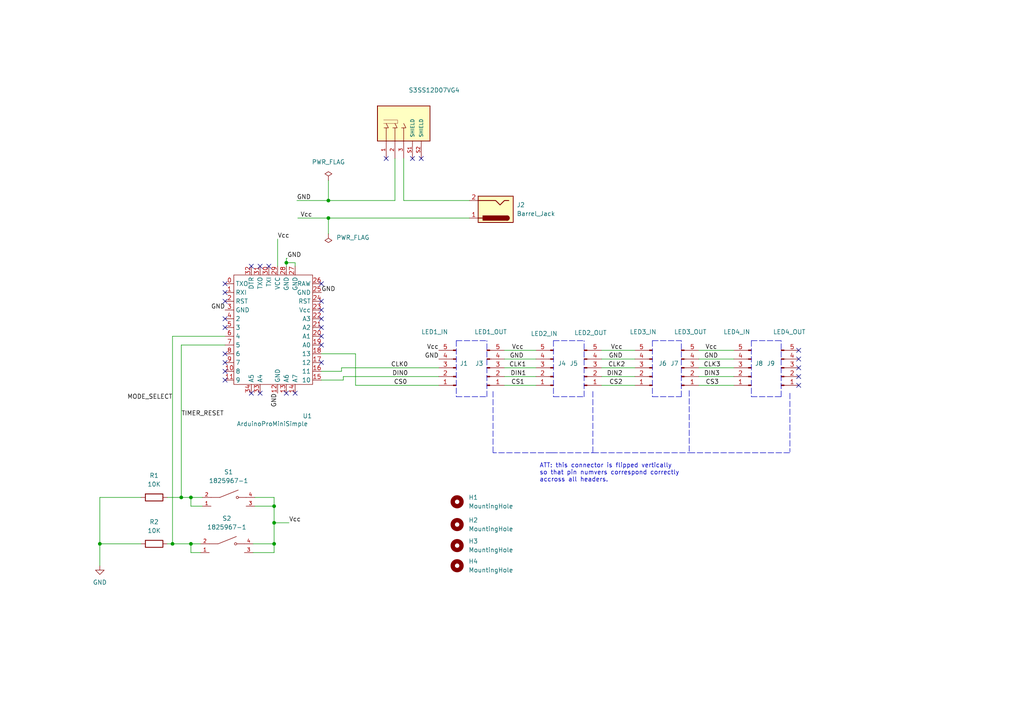
<source format=kicad_sch>
(kicad_sch (version 20250114) (generator "eeschema") (generator_version "9.0")
  (paper "A4")
  (title_block (title "A 4x8x8 LED Matrix Display Clock") (date "2021-07-14") (rev "${design_version}"))
  (lib_symbols
    (symbol "ArduinoProMiniSimple:ArduinoProMiniSimple"
      (property "Reference" "U" (at 0 13.97 0))
      (property "Value" "ArduinoProMiniSimple" (at 0 16.51 0))
      (symbol "ArduinoProMiniSimple_0_1"
        (rectangle (start -12.7 8.89) (end 19.05 -13.97) (stroke (width 0.1524)))
      )
      (symbol "ArduinoProMiniSimple_1_1"
        (pin bidirectional line (at -15.24 3.81 0) (length 2.54) (name "A5") (number "34"))
        (pin bidirectional line (at -15.24 1.27 0) (length 2.54) (name "A4") (number "33"))
        (pin power_in line (at -15.24 -3.81 0) (length 2.54) (name "GND") (number "12"))
        (pin bidirectional line (at -15.24 -6.35 0) (length 2.54) (name "A6") (number "13"))
        (pin bidirectional line (at -15.24 -8.89 0) (length 2.54) (name "A7") (number "14"))
        (pin bidirectional line (at -11.43 11.43 270) (length 2.54) (name "9") (number "11"))
        (pin bidirectional line (at -11.43 -16.51 90) (length 2.54) (name "10") (number "15"))
        (pin bidirectional line (at -8.89 11.43 270) (length 2.54) (name "8") (number "10"))
        (pin bidirectional line (at -8.89 -16.51 90) (length 2.54) (name "11") (number "16"))
        (pin bidirectional line (at -6.35 11.43 270) (length 2.54) (name "7") (number "9"))
        (pin bidirectional line (at -6.35 -16.51 90) (length 2.54) (name "12") (number "17"))
        (pin bidirectional line (at -3.81 11.43 270) (length 2.54) (name "6") (number "8"))
        (pin bidirectional line (at -3.81 -16.51 90) (length 2.54) (name "13") (number "18"))
        (pin bidirectional line (at -1.27 11.43 270) (length 2.54) (name "5") (number "7"))
        (pin bidirectional line (at -1.27 -16.51 90) (length 2.54) (name "A0") (number "19"))
        (pin bidirectional line (at 1.27 11.43 270) (length 2.54) (name "4") (number "6"))
        (pin bidirectional line (at 1.27 -16.51 90) (length 2.54) (name "A1") (number "20"))
        (pin bidirectional line (at 3.81 11.43 270) (length 2.54) (name "3") (number "5"))
        (pin bidirectional line (at 3.81 -16.51 90) (length 2.54) (name "A2") (number "21"))
        (pin bidirectional line (at 6.35 11.43 270) (length 2.54) (name "2") (number "4"))
        (pin bidirectional line (at 6.35 -16.51 90) (length 2.54) (name "A3") (number "22"))
        (pin power_in line (at 8.89 11.43 270) (length 2.54) (name "GND") (number "3"))
        (pin power_in line (at 8.89 -16.51 90) (length 2.54) (name "Vcc") (number "23"))
        (pin passive line (at 11.43 11.43 270) (length 2.54) (name "RST") (number "2"))
        (pin passive line (at 11.43 -16.51 90) (length 2.54) (name "RST") (number "24"))
        (pin input line (at 13.97 11.43 270) (length 2.54) (name "RXI") (number "1"))
        (pin power_in line (at 13.97 -16.51 90) (length 2.54) (name "GND") (number "25"))
        (pin output line (at 16.51 11.43 270) (length 2.54) (name "TXO") (number "0"))
        (pin power_in line (at 16.51 -16.51 90) (length 2.54) (name "RAW") (number "26"))
        (pin passive line (at 21.59 3.81 180) (length 2.54) (name "DTR") (number "32"))
        (pin output line (at 21.59 1.27 180) (length 2.54) (name "TXO") (number "31"))
        (pin input line (at 21.59 -1.27 180) (length 2.54) (name "TXI") (number "30"))
        (pin power_in line (at 21.59 -3.81 180) (length 2.54) (name "VCC") (number "29"))
        (pin power_in line (at 21.59 -6.35 180) (length 2.54) (name "GND") (number "28"))
        (pin input line (at 21.59 -8.89 180) (length 2.54) (name "GND") (number "27"))
      )
    )
    (symbol "Connector:Barrel_Jack" (pin_names (offset 1.016))
      (property "Reference" "J" (at 0 5.334 0))
      (property "Value" "Barrel_Jack" (at 0 -5.08 0))
      (symbol "Barrel_Jack_0_1"
        (rectangle (start -5.08 3.81) (end 5.08 -3.81) (stroke (width 0.254)) (fill (type background)))
        (polyline (pts (xy -3.81 -2.54) (xy -2.54 -2.54) (xy -1.27 -1.27) (xy 0 -2.54) (xy 2.54 -2.54) (xy 5.08 -2.54)) (stroke (width 0.254)))
        (arc (start -3.302 1.905) (mid -3.937 2.54) (end -3.302 3.175) (stroke (width 0.254)))
        (arc (start -3.302 1.905) (mid -3.937 2.54) (end -3.302 3.175) (stroke (width 0.254)) (fill (type outline)))
        (rectangle (start 3.683 3.175) (end -3.302 1.905) (stroke (width 0.254)) (fill (type outline)))
        (polyline (pts (xy 5.08 2.54) (xy 3.81 2.54)) (stroke (width 0.254)))
      )
      (symbol "Barrel_Jack_1_1"
        (pin passive line (at 7.62 2.54 180) (length 2.54) (name "~") (number "1"))
        (pin passive line (at 7.62 -2.54 180) (length 2.54) (name "~") (number "2"))
      )
    )
    (symbol "Connector:Conn_01x05_Male" (pin_names (offset 1.016) (hide yes))
      (property "Reference" "J" (at 0 7.62 0))
      (property "Value" "Conn_01x05_Male" (at 0 -7.62 0))
      (symbol "Conn_01x05_Male_1_1"
        (rectangle (start 0.8636 5.207) (end 0 4.953) (stroke (width 0.1524)) (fill (type outline)))
        (rectangle (start 0.8636 2.667) (end 0 2.413) (stroke (width 0.1524)) (fill (type outline)))
        (rectangle (start 0.8636 0.127) (end 0 -0.127) (stroke (width 0.1524)) (fill (type outline)))
        (rectangle (start 0.8636 -2.413) (end 0 -2.667) (stroke (width 0.1524)) (fill (type outline)))
        (rectangle (start 0.8636 -4.953) (end 0 -5.207) (stroke (width 0.1524)) (fill (type outline)))
        (polyline (pts (xy 1.27 5.08) (xy 0.8636 5.08)) (stroke (width 0.1524)))
        (polyline (pts (xy 1.27 2.54) (xy 0.8636 2.54)) (stroke (width 0.1524)))
        (polyline (pts (xy 1.27 0) (xy 0.8636 0)) (stroke (width 0.1524)))
        (polyline (pts (xy 1.27 -2.54) (xy 0.8636 -2.54)) (stroke (width 0.1524)))
        (polyline (pts (xy 1.27 -5.08) (xy 0.8636 -5.08)) (stroke (width 0.1524)))
        (pin passive line (at 5.08 5.08 180) (length 3.81) (name "Pin_1") (number "1"))
        (pin passive line (at 5.08 2.54 180) (length 3.81) (name "Pin_2") (number "2"))
        (pin passive line (at 5.08 0 180) (length 3.81) (name "Pin_3") (number "3"))
        (pin passive line (at 5.08 -2.54 180) (length 3.81) (name "Pin_4") (number "4"))
        (pin passive line (at 5.08 -5.08 180) (length 3.81) (name "Pin_5") (number "5"))
      )
    )
    (symbol "Device:R" (pin_numbers (hide yes)) (pin_names (offset 0))
      (property "Reference" "R" (at 2.032 0 90))
      (property "Value" "R" (at 0 0 90))
      (symbol "R_0_1"
        (rectangle (start -1.016 -2.54) (end 1.016 2.54) (stroke (width 0.254)))
      )
      (symbol "R_1_1"
        (pin passive line (at 0 3.81 270) (length 1.27) (name "~") (number "1"))
        (pin passive line (at 0 -3.81 90) (length 1.27) (name "~") (number "2"))
      )
    )
    (symbol "Mechanical:MountingHole" (pin_names (offset 1.016))
      (property "Reference" "H" (at 0 5.08 0))
      (property "Value" "MountingHole" (at 0 3.175 0))
      (symbol "MountingHole_0_1"
        (circle (center 0 0) (radius 1.27) (stroke (width 1.27)))
      )
    )
    (symbol "SS12D07VG4:SS12D07VG4" (pin_names (offset 1.016))
      (property "Reference" "S3" (at 9.652 -1.3969 90))
      (property "Value" "SS12D07VG4" (at 9.652 -3.9369 90))
      (symbol "SS12D07VG4_0_0"
        (polyline (pts (xy -5.08 5.08) (xy -1.27 5.08)) (stroke (width 0.1524)))
        (polyline (pts (xy -5.08 2.54) (xy -1.27 2.54)) (stroke (width 0.1524)))
        (polyline (pts (xy -5.08 0) (xy -1.27 0)) (stroke (width 0.1524)))
        (rectangle (start -5.08 -7.62) (end 5.08 7.62) (stroke (width 0.254)) (fill (type background)))
        (polyline (pts (xy -1.27 5.715) (xy -1.27 4.445) (xy 0 5.08)) (stroke (width 0.1524)) (fill (type background)))
        (polyline (pts (xy -1.27 3.175) (xy -1.27 1.905) (xy 0 2.54)) (stroke (width 0.1524)) (fill (type background)))
        (polyline (pts (xy -1.27 0.635) (xy -1.27 -0.635) (xy 0 0)) (stroke (width 0.1524)) (fill (type background)))
        (polyline (pts (xy 0 5.842) (xy 0 1.778) (xy 1.016 1.778) (xy 1.016 5.842)) (stroke (width 0.0254)) (fill (type background)))
        (pin passive line (at -10.16 5.08 0) (length 5.08) (name "~") (number "1"))
        (pin passive line (at -10.16 2.54 0) (length 5.08) (name "~") (number "2"))
        (pin passive line (at -10.16 0 0) (length 5.08) (name "~") (number "3"))
        (pin passive line (at -10.16 -2.54 0) (length 5.08) (name "SHIELD") (number "S1"))
        (pin passive line (at -10.16 -5.08 0) (length 5.08) (name "SHIELD") (number "S2"))
      )
    )
    (symbol "Switch Tactile OFF (ON) SPST Round Button:1825967-1_1" (pin_names (offset 1.016) (hide yes))
      (property "Reference" "S1" (at 0 7.366 0))
      (property "Value" "1825967-1" (at 0 4.826 0))
      (symbol "1825967-1_1_0_0"
        (polyline (pts (xy -2.54 0) (xy -5.08 0)) (stroke (width 0.1524)))
        (polyline (pts (xy -2.54 0) (xy 2.794 2.1336)) (stroke (width 0.1524)))
        (circle (center 2.54 0) (radius 0.3302) (stroke (width 0.1524)))
        (polyline (pts (xy 5.08 0) (xy 2.921 0)) (stroke (width 0.1524)))
        (pin passive line (at -7.62 0 0) (length 2.54) (name "~") (number "2"))
        (pin passive line (at -7.62 -2.54 0) (length 2.54) (name "~") (number "1"))
        (pin passive line (at 7.62 0 180) (length 2.54) (name "~") (number "4"))
        (pin passive line (at 7.62 -2.54 180) (length 2.54) (name "~") (number "3"))
      )
    )
    (symbol "power:GND" (power) (pin_names (offset 0))
      (property "Value" "GND" (at 0 -3.81 0))
      (symbol "GND_0_1"
        (polyline (pts (xy 0 0) (xy 0 -1.27) (xy 1.27 -1.27) (xy 0 -2.54) (xy -1.27 -1.27) (xy 0 -1.27)))
      )
      (symbol "GND_1_1"
        (pin power_in line (at 0 0 270) (length 0) (hide yes) (name "GND") (number "1"))
      )
    )
    (symbol "power:PWR_FLAG" (power) (pin_numbers (hide yes)) (pin_names (offset 0) (hide yes))
      (property "Value" "PWR_FLAG" (at 0 3.81 0))
      (symbol "PWR_FLAG_0_0"
        (pin power_out line (at 0 0 90) (length 0) (name "pwr") (number "1"))
      )
      (symbol "PWR_FLAG_0_1"
        (polyline (pts (xy 0 0) (xy 0 1.27) (xy -1.016 1.905) (xy 0 2.54) (xy 1.016 1.905) (xy 0 1.27)))
      )
    )
  )
  (text "ATT: this connector is flipped vertically \nso that pin numvers correspond correctly\naccross all headers." (at 156.464 139.954 0) (effects (font (size 1.27 1.27)) (justify left bottom)))
  (junction (at 28.956 157.734) (diameter 0.9144))
  (junction (at 55.372 144.272) (diameter 0.9144))
  (junction (at 95.25 58.166) (diameter 0.9144))
  (junction (at 55.372 157.734) (diameter 0.9144))
  (junction (at 83.058 76.2) (diameter 0.9144))
  (junction (at 95.25 63.246) (diameter 0.9144))
  (junction (at 79.502 157.734) (diameter 0.9144))
  (junction (at 50.038 157.734) (diameter 0.9144))
  (junction (at 52.578 144.272) (diameter 0.9144))
  (junction (at 79.502 146.812) (diameter 0.9144))
  (junction (at 79.502 151.638) (diameter 0.9144))
  (no_connect (at 112.014 45.974))
  (no_connect (at 122.174 45.974))
  (no_connect (at 65.278 82.296))
  (no_connect (at 65.278 84.836))
  (no_connect (at 65.278 87.376))
  (no_connect (at 65.278 92.456))
  (no_connect (at 65.278 94.996))
  (no_connect (at 65.278 102.616))
  (no_connect (at 65.278 105.156))
  (no_connect (at 65.278 107.696))
  (no_connect (at 65.278 110.236))
  (no_connect (at 72.898 77.216))
  (no_connect (at 72.898 114.046))
  (no_connect (at 75.438 77.216))
  (no_connect (at 75.438 114.046))
  (no_connect (at 77.978 77.216))
  (no_connect (at 83.058 114.046))
  (no_connect (at 85.598 114.046))
  (no_connect (at 93.218 82.296))
  (no_connect (at 93.218 87.376))
  (no_connect (at 93.218 92.456))
  (no_connect (at 93.218 94.996))
  (no_connect (at 93.218 97.536))
  (no_connect (at 93.218 100.076))
  (no_connect (at 93.218 105.156))
  (no_connect (at 231.648 101.6))
  (no_connect (at 231.648 104.14))
  (no_connect (at 231.648 106.68))
  (no_connect (at 231.648 109.22))
  (no_connect (at 231.648 111.76))
  (no_connect (at 93.218 89.916))
  (no_connect (at 119.634 45.974))
  (wire (pts (xy 95.25 63.246) (xy 86.36 63.246)))
  (wire (pts (xy 136.144 63.246) (xy 95.25 63.246)))
  (wire (pts (xy 103.124 102.616) (xy 93.218 102.616)))
  (wire (pts (xy 103.124 111.76) (xy 103.124 102.616)))
  (wire (pts (xy 127.254 111.76) (xy 103.124 111.76)))
  (polyline (pts (xy 199.898 131.318) (xy 229.108 131.318)) (stroke (width 0) (type dash)))
  (polyline (pts (xy 229.108 114.046) (xy 229.108 131.064)) (stroke (width 0) (type dash)))
  (wire (pts (xy 146.304 106.68) (xy 155.448 106.68)))
  (wire (pts (xy 99.568 109.22) (xy 99.568 110.236)))
  (wire (pts (xy 99.568 110.236) (xy 93.218 110.236)))
  (wire (pts (xy 127.254 109.22) (xy 99.568 109.22)))
  (wire (pts (xy 52.578 100.076) (xy 52.578 144.272)))
  (wire (pts (xy 65.278 100.076) (xy 52.578 100.076)))
  (wire (pts (xy 50.038 97.536) (xy 50.038 157.734)))
  (wire (pts (xy 65.278 97.536) (xy 50.038 97.536)))
  (polyline (pts (xy 132.334 98.806) (xy 132.334 115.062)) (stroke (width 0) (type dash)))
  (polyline (pts (xy 132.334 98.806) (xy 141.224 98.806)) (stroke (width 0) (type dash)))
  (polyline (pts (xy 132.334 115.062) (xy 141.224 115.062)) (stroke (width 0) (type dash)))
  (polyline (pts (xy 141.224 115.062) (xy 141.224 98.806)) (stroke (width 0) (type dash)))
  (wire (pts (xy 202.692 104.14) (xy 212.852 104.14)))
  (polyline (pts (xy 171.958 131.318) (xy 199.898 131.318)) (stroke (width 0) (type dash)))
  (polyline (pts (xy 199.898 113.284) (xy 199.898 131.318)) (stroke (width 0) (type dash)))
  (wire (pts (xy 99.06 106.68) (xy 99.06 107.696)))
  (wire (pts (xy 99.06 107.696) (xy 93.218 107.696)))
  (wire (pts (xy 127.254 106.68) (xy 99.06 106.68)))
  (wire (pts (xy 146.304 109.22) (xy 155.448 109.22)))
  (wire (pts (xy 73.406 157.734) (xy 79.502 157.734)))
  (wire (pts (xy 73.406 160.274) (xy 79.502 160.274)))
  (wire (pts (xy 174.498 106.68) (xy 184.15 106.68)))
  (wire (pts (xy 174.498 109.22) (xy 184.15 109.22)))
  (wire (pts (xy 95.25 63.246) (xy 95.25 67.818)))
  (wire (pts (xy 117.094 45.974) (xy 117.094 58.166)))
  (wire (pts (xy 117.094 58.166) (xy 136.144 58.166)))
  (wire (pts (xy 202.692 101.6) (xy 212.852 101.6)))
  (wire (pts (xy 202.692 106.68) (xy 212.852 106.68)))
  (polyline (pts (xy 217.932 98.806) (xy 217.932 115.062)) (stroke (width 0) (type dash)))
  (polyline (pts (xy 217.932 98.806) (xy 226.568 98.806)) (stroke (width 0) (type dash)))
  (polyline (pts (xy 217.932 115.062) (xy 226.568 115.062)) (stroke (width 0) (type dash)))
  (polyline (pts (xy 226.568 115.062) (xy 226.568 98.806)) (stroke (width 0) (type dash)))
  (wire (pts (xy 95.25 52.324) (xy 95.25 58.166)))
  (wire (pts (xy 73.914 144.272) (xy 79.502 144.272)))
  (wire (pts (xy 79.502 144.272) (xy 79.502 146.812)))
  (wire (pts (xy 79.502 146.812) (xy 79.502 151.638)))
  (wire (pts (xy 79.502 151.638) (xy 79.502 157.734)))
  (wire (pts (xy 79.502 151.638) (xy 83.82 151.638)))
  (wire (pts (xy 79.502 157.734) (xy 79.502 160.274)))
  (wire (pts (xy 48.514 157.734) (xy 50.038 157.734)))
  (wire (pts (xy 50.038 157.734) (xy 55.372 157.734)))
  (wire (pts (xy 55.372 157.734) (xy 58.166 157.734)))
  (wire (pts (xy 174.498 111.76) (xy 184.15 111.76)))
  (polyline (pts (xy 143.002 113.538) (xy 143.002 131.318)) (stroke (width 0) (type dash)))
  (polyline (pts (xy 160.02 131.318) (xy 143.002 131.318)) (stroke (width 0) (type dash)))
  (wire (pts (xy 174.498 104.14) (xy 184.15 104.14)))
  (wire (pts (xy 202.692 111.76) (xy 212.852 111.76)))
  (polyline (pts (xy 189.23 98.806) (xy 189.23 115.062)) (stroke (width 0) (type dash)))
  (polyline (pts (xy 189.23 98.806) (xy 197.612 98.806)) (stroke (width 0) (type dash)))
  (polyline (pts (xy 189.23 115.062) (xy 197.612 115.062)) (stroke (width 0) (type dash)))
  (polyline (pts (xy 197.612 115.062) (xy 197.612 98.806)) (stroke (width 0) (type dash)))
  (polyline (pts (xy 160.02 131.318) (xy 171.958 131.318)) (stroke (width 0) (type dash)))
  (polyline (pts (xy 171.958 113.538) (xy 171.958 131.318)) (stroke (width 0) (type dash)))
  (wire (pts (xy 83.058 74.93) (xy 83.312 74.93)))
  (wire (pts (xy 83.058 76.2) (xy 83.058 74.93)))
  (wire (pts (xy 83.058 77.216) (xy 83.058 76.2)))
  (wire (pts (xy 146.304 101.6) (xy 155.448 101.6)))
  (wire (pts (xy 28.956 144.272) (xy 28.956 157.734)))
  (wire (pts (xy 40.894 144.272) (xy 28.956 144.272)))
  (wire (pts (xy 48.514 144.272) (xy 52.578 144.272)))
  (wire (pts (xy 52.578 144.272) (xy 55.372 144.272)))
  (wire (pts (xy 55.372 144.272) (xy 58.674 144.272)))
  (wire (pts (xy 73.914 146.812) (xy 79.502 146.812)))
  (polyline (pts (xy 160.528 98.806) (xy 160.528 115.062)) (stroke (width 0) (type dash)))
  (polyline (pts (xy 160.528 98.806) (xy 169.418 98.806)) (stroke (width 0) (type dash)))
  (polyline (pts (xy 160.528 115.062) (xy 169.418 115.062)) (stroke (width 0) (type dash)))
  (polyline (pts (xy 169.418 115.062) (xy 169.418 98.806)) (stroke (width 0) (type dash)))
  (wire (pts (xy 146.304 104.14) (xy 155.448 104.14)))
  (wire (pts (xy 174.498 101.6) (xy 184.15 101.6)))
  (wire (pts (xy 86.106 58.166) (xy 95.25 58.166)))
  (wire (pts (xy 95.25 58.166) (xy 114.554 58.166)))
  (wire (pts (xy 114.554 45.974) (xy 114.554 58.166)))
  (wire (pts (xy 55.372 144.272) (xy 55.372 146.812)))
  (wire (pts (xy 58.674 146.812) (xy 55.372 146.812)))
  (wire (pts (xy 80.518 69.342) (xy 80.518 77.216)))
  (wire (pts (xy 55.372 157.734) (xy 55.372 160.274)))
  (wire (pts (xy 58.166 160.274) (xy 55.372 160.274)))
  (wire (pts (xy 85.598 76.2) (xy 83.058 76.2)))
  (wire (pts (xy 85.598 77.216) (xy 85.598 76.2)))
  (wire (pts (xy 202.692 109.22) (xy 212.852 109.22)))
  (wire (pts (xy 28.956 157.734) (xy 28.956 164.084)))
  (wire (pts (xy 40.894 157.734) (xy 28.956 157.734)))
  (wire (pts (xy 146.304 111.76) (xy 155.448 111.76)))
  (label "CS0" (at 118.11 111.76 180))
  (label "Vcc" (at 151.892 101.6 180))
  (label "Vcc" (at 208.026 101.6 180))
  (label "CLK0" (at 118.364 106.68 180))
  (label "Vcc" (at 80.518 69.342 0))
  (label "DIN0" (at 118.364 109.22 180))
  (label "CS3" (at 208.534 111.76 180))
  (label "GND" (at 151.892 104.14 180))
  (label "Vcc" (at 180.594 101.6 180))
  (label "CS1" (at 152.146 111.76 180))
  (label "GND" (at 83.312 74.93 0))
  (label "CLK3" (at 209.042 106.68 180))
  (label "GND" (at 65.278 89.916 180))
  (label "CLK1" (at 152.654 106.68 180))
  (label "CS2" (at 180.594 111.76 180))
  (label "GND" (at 80.518 114.046 270))
  (label "CLK2" (at 181.356 106.68 180))
  (label "TIMER_RESET" (at 52.578 120.904 0))
  (label "Vcc" (at 127.254 101.6 180))
  (label "GND" (at 127.254 104.14 180))
  (label "GND" (at 93.218 84.836 0))
  (label "Vcc" (at 87.122 63.246 0))
  (label "GND" (at 208.28 104.14 180))
  (label "MODE_SELECT" (at 50.038 116.078 180))
  (label "Vcc" (at 83.82 151.638 0))
  (label "GND" (at 86.106 58.166 0))
  (label "GND" (at 180.594 104.14 180))
  (label "DIN3" (at 208.788 109.22 180))
  (label "DIN2" (at 180.594 109.22 180))
  (label "DIN1" (at 152.654 109.22 180))
  (symbol (lib_id "Mechanical:MountingHole") (at 132.588 145.542 0) (unit 1)
    (property "Reference" "H1" (at 135.89 144.2719 0) (effects (justify left)))
    (property "Value" "MountingHole" (at 135.89 146.8119 0) (effects (justify left)))
    (property "Footprint" "MountingHole:MountingHole_2.5mm" (effects (hide yes)))
  )
  (symbol (lib_id "ArduinoProMiniSimple:ArduinoProMiniSimple") (at 76.708 98.806 90) (unit 1)
    (property "Reference" "U1" (at 89.154 120.65 90))
    (property "Value" "ArduinoProMiniSimple" (at 78.994 122.936 90))
    (property "Footprint" "DesktopLibrary:ArduinoProMiniCustom" (effects (hide yes)))
  )
  (symbol (lib_id "power:PWR_FLAG") (at 95.25 67.818 180) (unit 1)
    (property "Reference" "#FLG02" (effects (hide yes)))
    (property "Value" "PWR_FLAG" (at 97.536 68.8974 0) (effects (justify right)))
  )
  (symbol (lib_id "Mechanical:MountingHole") (at 132.588 158.242 0) (unit 1)
    (property "Reference" "H3" (at 135.89 156.9719 0) (effects (justify left)))
    (property "Value" "MountingHole" (at 135.89 159.5119 0) (effects (justify left)))
    (property "Footprint" "MountingHole:MountingHole_2.5mm" (effects (hide yes)))
  )
  (symbol (lib_id "power:PWR_FLAG") (at 95.25 52.324 0) (unit 1)
    (property "Reference" "#FLG01" (effects (hide yes)))
    (property "Value" "PWR_FLAG" (at 95.25 46.99 0))
  )
  (symbol (lib_id "Connector:Conn_01x05_Male") (at 189.23 106.68 180) (unit 1)
    (property "Reference" "J6" (at 191.008 105.4099 0) (effects (justify right)))
    (property "Value" "LED3_IN" (at 182.626 96.266 0) (effects (justify right)))
    (property "Footprint" "Connector_PinHeader_2.54mm:PinHeader_1x05_P2.54mm_Vertical" (effects (hide yes)))
  )
  (symbol (lib_id "Connector:Barrel_Jack") (at 143.764 60.706 180) (unit 1)
    (property "Reference" "J2" (at 149.86 59.4359 0) (effects (justify right)))
    (property "Value" "Barrel_Jack" (at 149.86 61.9759 0) (effects (justify right)))
    (property "Footprint" "Connector_BarrelJack:BarrelJack_Horizontal" (effects (hide yes)))
  )
  (symbol (lib_id "Mechanical:MountingHole") (at 132.588 164.084 0) (unit 1)
    (property "Reference" "H4" (at 135.89 162.8139 0) (effects (justify left)))
    (property "Value" "MountingHole" (at 135.89 165.3539 0) (effects (justify left)))
    (property "Footprint" "MountingHole:MountingHole_2.5mm" (effects (hide yes)))
  )
  (symbol (lib_id "Connector:Conn_01x05_Male") (at 197.612 106.68 0) (mirror x) (unit 1)
    (property "Reference" "J7" (at 196.85 105.4099 0) (effects (justify right)))
    (property "Value" "LED3_OUT" (at 204.978 96.266 0) (effects (justify right)))
    (property "Footprint" "Connector_PinHeader_2.54mm:PinHeader_1x05_P2.54mm_Vertical" (effects (hide yes)))
  )
  (symbol (lib_name "Switch Tactile OFF (ON) SPST Round Button:1825967-1_1") (lib_id "Switch Tactile OFF (ON) SPST Round Button:1825967-1") (at 65.786 157.734 0) (unit 1)
    (property "Reference" "S2" (at 65.786 150.368 0))
    (property "Value" "1825967-1" (at 65.786 152.908 0))
    (property "Footprint" "1825967-1:SW_1825967-1" (effects (hide yes)))
    (property "Comment" "1825967-1" (effects (hide yes)))
  )
  (symbol (lib_name "Switch Tactile OFF (ON) SPST Round Button:1825967-1_1") (lib_id "Switch Tactile OFF (ON) SPST Round Button:1825967-1") (at 66.294 144.272 0) (unit 1)
    (property "Reference" "S1" (at 66.294 136.906 0))
    (property "Value" "1825967-1" (at 66.294 139.446 0))
    (property "Footprint" "1825967-1:SW_1825967-1" (effects (hide yes)))
    (property "Comment" "1825967-1" (effects (hide yes)))
  )
  (symbol (lib_id "Connector:Conn_01x05_Male") (at 226.568 106.68 0) (mirror x) (unit 1)
    (property "Reference" "J9" (at 224.79 105.4099 0) (effects (justify right)))
    (property "Value" "LED4_OUT" (at 233.68 96.266 0) (effects (justify right)))
    (property "Footprint" "Connector_PinHeader_2.54mm:PinHeader_1x05_P2.54mm_Vertical" (effects (hide yes)))
  )
  (symbol (lib_id "Mechanical:MountingHole") (at 132.588 152.146 0) (unit 1)
    (property "Reference" "H2" (at 135.89 150.8759 0) (effects (justify left)))
    (property "Value" "MountingHole" (at 135.89 153.4159 0) (effects (justify left)))
    (property "Footprint" "MountingHole:MountingHole_2.5mm" (effects (hide yes)))
  )
  (symbol (lib_id "Connector:Conn_01x05_Male") (at 169.418 106.68 0) (mirror x) (unit 1)
    (property "Reference" "J5" (at 167.64 105.4099 0) (effects (justify right)))
    (property "Value" "LED2_OUT" (at 176.022 96.5199 0) (effects (justify right)))
    (property "Footprint" "Connector_PinHeader_2.54mm:PinHeader_1x05_P2.54mm_Vertical" (effects (hide yes)))
  )
  (symbol (lib_id "Device:R") (at 44.704 157.734 90) (unit 1)
    (property "Reference" "R2" (at 44.704 151.384 90))
    (property "Value" "10K" (at 44.704 153.924 90))
    (property "Footprint" "Resistor_THT:R_Axial_DIN0204_L3.6mm_D1.6mm_P7.62mm_Horizontal" (effects (hide yes)))
  )
  (symbol (lib_id "Connector:Conn_01x05_Male") (at 141.224 106.68 0) (mirror x) (unit 1)
    (property "Reference" "J3" (at 140.208 105.4099 0) (effects (justify right)))
    (property "Value" "LED1_OUT" (at 147.066 96.2659 0) (effects (justify right)))
    (property "Footprint" "Connector_PinHeader_2.54mm:PinHeader_1x05_P2.54mm_Vertical" (effects (hide yes)))
  )
  (symbol (lib_id "Connector:Conn_01x05_Male") (at 160.528 106.68 180) (unit 1)
    (property "Reference" "J4" (at 161.798 105.4099 0) (effects (justify right)))
    (property "Value" "LED2_IN" (at 153.924 96.7739 0) (effects (justify right)))
    (property "Footprint" "Connector_PinHeader_2.54mm:PinHeader_1x05_P2.54mm_Vertical" (effects (hide yes)))
  )
  (symbol (lib_id "Connector:Conn_01x05_Male") (at 132.334 106.68 180) (unit 1)
    (property "Reference" "J1" (at 133.35 105.4099 0) (effects (justify right)))
    (property "Value" "LED1_IN" (at 122.174 96.2659 0) (effects (justify right)))
    (property "Footprint" "Connector_PinHeader_2.54mm:PinHeader_1x05_P2.54mm_Vertical" (effects (hide yes)))
  )
  (symbol (lib_id "power:GND") (at 28.956 164.084 0) (unit 1)
    (property "Reference" "#PWR01" (effects (hide yes)))
    (property "Value" "GND" (at 28.956 168.91 0))
  )
  (symbol (lib_id "Connector:Conn_01x05_Male") (at 217.932 106.68 180) (unit 1)
    (property "Reference" "J8" (at 218.948 105.4099 0) (effects (justify right)))
    (property "Value" "LED4_IN" (at 209.804 96.266 0) (effects (justify right)))
    (property "Footprint" "Connector_PinHeader_2.54mm:PinHeader_1x05_P2.54mm_Vertical" (effects (hide yes)))
  )
  (symbol (lib_id "SS12D07VG4:SS12D07VG4") (at 117.094 35.814 90) (unit 1)
    (property "Reference" "S3" (at 118.4909 26.162 90) (effects (justify right)))
    (property "Value" "SS12D07VG4" (at 121.0309 26.162 90) (effects (justify right)))
    (property "Footprint" "SS12D07VG4:SW_SS12D07VG4" (effects (hide yes)))
    (property "STANDARD" "Manufacturer Recommendations" (effects (hide yes)))
    (property "MAXIMUM_PACKAGE_HEIGHT" "8.7mm" (effects (hide yes)))
    (property "MANUFACTURER" "Shouhan" (effects (hide yes)))
    (property "PARTREV" "1" (effects (hide yes)))
  )
  (symbol (lib_id "Device:R") (at 44.704 144.272 90) (unit 1)
    (property "Reference" "R1" (at 44.704 137.922 90))
    (property "Value" "10K" (at 44.704 140.462 90))
    (property "Footprint" "Resistor_THT:R_Axial_DIN0204_L3.6mm_D1.6mm_P7.62mm_Horizontal" (effects (hide yes)))
  )
)
</source>
